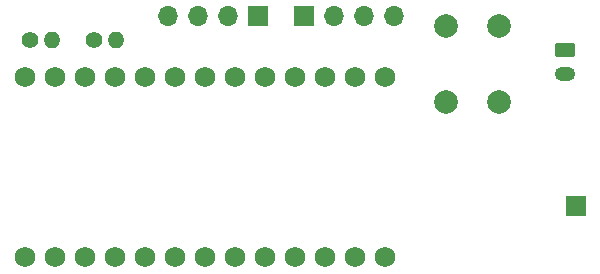
<source format=gbr>
%TF.GenerationSoftware,KiCad,Pcbnew,8.0.6-8.0.6-0~ubuntu24.04.1*%
%TF.CreationDate,2025-04-10T23:01:15-04:00*%
%TF.ProjectId,super-mini-mesh-kicad,73757065-722d-46d6-996e-692d6d657368,rev?*%
%TF.SameCoordinates,Original*%
%TF.FileFunction,Soldermask,Bot*%
%TF.FilePolarity,Negative*%
%FSLAX46Y46*%
G04 Gerber Fmt 4.6, Leading zero omitted, Abs format (unit mm)*
G04 Created by KiCad (PCBNEW 8.0.6-8.0.6-0~ubuntu24.04.1) date 2025-04-10 23:01:15*
%MOMM*%
%LPD*%
G01*
G04 APERTURE LIST*
G04 Aperture macros list*
%AMRoundRect*
0 Rectangle with rounded corners*
0 $1 Rounding radius*
0 $2 $3 $4 $5 $6 $7 $8 $9 X,Y pos of 4 corners*
0 Add a 4 corners polygon primitive as box body*
4,1,4,$2,$3,$4,$5,$6,$7,$8,$9,$2,$3,0*
0 Add four circle primitives for the rounded corners*
1,1,$1+$1,$2,$3*
1,1,$1+$1,$4,$5*
1,1,$1+$1,$6,$7*
1,1,$1+$1,$8,$9*
0 Add four rect primitives between the rounded corners*
20,1,$1+$1,$2,$3,$4,$5,0*
20,1,$1+$1,$4,$5,$6,$7,0*
20,1,$1+$1,$6,$7,$8,$9,0*
20,1,$1+$1,$8,$9,$2,$3,0*%
G04 Aperture macros list end*
%ADD10R,1.700000X1.700000*%
%ADD11C,1.400000*%
%ADD12O,1.400000X1.400000*%
%ADD13RoundRect,0.250000X-0.625000X0.350000X-0.625000X-0.350000X0.625000X-0.350000X0.625000X0.350000X0*%
%ADD14O,1.750000X1.200000*%
%ADD15C,2.000000*%
%ADD16O,1.700000X1.700000*%
%ADD17C,1.752600*%
G04 APERTURE END LIST*
D10*
%TO.C,J4*%
X107600000Y-41600000D03*
%TD*%
D11*
%TO.C,R2*%
X61395000Y-27500000D03*
D12*
X63295000Y-27500000D03*
%TD*%
D11*
%TO.C,R1*%
X66795000Y-27500000D03*
D12*
X68695000Y-27500000D03*
%TD*%
D13*
%TO.C,J1*%
X106700000Y-28400000D03*
D14*
X106700000Y-30400000D03*
%TD*%
D15*
%TO.C,SW1*%
X96600000Y-32800000D03*
X96600000Y-26300000D03*
X101100000Y-32800000D03*
X101100000Y-26300000D03*
%TD*%
D10*
%TO.C,J3*%
X84600000Y-25500000D03*
D16*
X87140000Y-25500000D03*
X89680000Y-25500000D03*
X92220000Y-25500000D03*
%TD*%
D10*
%TO.C,J2*%
X80700000Y-25500000D03*
D16*
X78160000Y-25500000D03*
X75620000Y-25500000D03*
X73080000Y-25500000D03*
%TD*%
D17*
%TO.C,U2*%
X60940000Y-45900000D03*
X60940000Y-30660000D03*
X63480000Y-30660000D03*
X66020000Y-30660000D03*
X68560000Y-30660000D03*
X71100000Y-30660000D03*
X73640000Y-30660000D03*
X76180000Y-30660000D03*
X78720000Y-30660000D03*
X81260000Y-30660000D03*
X83800000Y-30660000D03*
X86340000Y-30660000D03*
X88880000Y-30660000D03*
X91420000Y-30660000D03*
X91420000Y-45900000D03*
X88880000Y-45900000D03*
X86340000Y-45900000D03*
X83800000Y-45900000D03*
X81260000Y-45900000D03*
X78720000Y-45900000D03*
X76180000Y-45900000D03*
X73640000Y-45900000D03*
X71100000Y-45900000D03*
X68560000Y-45900000D03*
X66020000Y-45900000D03*
X63480000Y-45900000D03*
%TD*%
M02*

</source>
